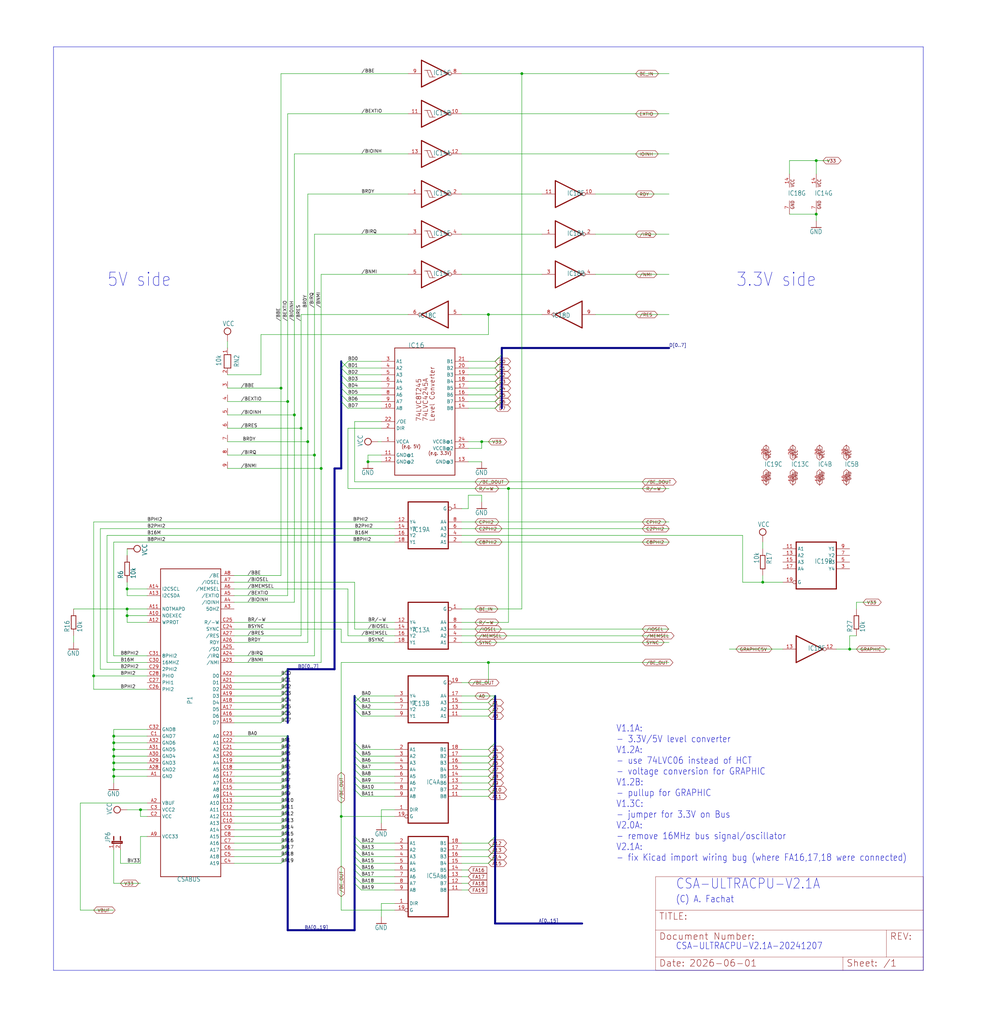
<source format=kicad_sch>
(kicad_sch (version 20231120) (generator "eeschema") (generator_version "8.0")
  (paper "User" 375.463 388.772)
  (junction (at 111.76 157.48))
  (junction (at 119.38 172.72))
  (junction (at 309.88 81.28))
  (junction (at 193.04 185.42))
  (junction (at 43.18 292.1))
  (junction (at 185.42 119.38))
  (junction (at 106.68 147.32))
  (junction (at 114.3 162.56))
  (junction (at 35.56 256.54))
  (junction (at 43.18 279.4))
  (junction (at 43.18 287.02))
  (junction (at 309.88 60.96))
  (junction (at 182.88 167.64))
  (junction (at 43.18 294.64))
  (junction (at 129.54 309.88))
  (junction (at 322.58 246.38))
  (junction (at 185.42 251.46))
  (junction (at 289.56 220.98))
  (junction (at 43.18 281.94))
  (junction (at 48.26 223.52))
  (junction (at 198.12 27.94))
  (junction (at 116.84 167.64))
  (junction (at 109.22 152.4))
  (junction (at 43.18 284.48))
  (junction (at 139.7 175.26))
  (junction (at 53.34 307.34))
  (junction (at 48.26 231.14))
  (junction (at 43.18 289.56))
  (junction (at 121.92 177.8))
  (junction (at 48.26 233.68))
  (bus_entry (at 132.08 137.16) (size -2.54 2.54))
  (bus_entry (at 185.42 294.64) (size 2.54 -2.54))
  (bus_entry (at 137.16 327.66) (size -2.54 -2.54))
  (bus_entry (at 137.16 264.16) (size -2.54 2.54))
  (bus_entry (at 106.68 325.12) (size 2.54 -2.54))
  (bus_entry (at 185.42 287.02) (size 2.54 -2.54))
  (bus_entry (at 106.68 266.7) (size 2.54 -2.54))
  (bus_entry (at 106.68 304.8) (size 2.54 -2.54))
  (bus_entry (at 132.08 139.7) (size -2.54 -2.54))
  (bus_entry (at 106.68 284.48) (size 2.54 -2.54))
  (bus_entry (at 185.42 292.1) (size 2.54 -2.54))
  (bus_entry (at 132.08 142.24) (size -2.54 -2.54))
  (bus_entry (at 132.08 147.32) (size -2.54 -2.54))
  (bus_entry (at 187.96 137.16) (size 2.54 -2.54))
  (bus_entry (at 187.96 152.4) (size 2.54 -2.54))
  (bus_entry (at 137.16 330.2) (size -2.54 -2.54))
  (bus_entry (at 132.08 152.4) (size -2.54 -2.54))
  (bus_entry (at 185.42 302.26) (size 2.54 -2.54))
  (bus_entry (at 185.42 297.18) (size 2.54 -2.54))
  (bus_entry (at 106.68 314.96) (size 2.54 -2.54))
  (bus_entry (at 137.16 287.02) (size -2.54 -2.54))
  (bus_entry (at 106.68 271.78) (size 2.54 -2.54))
  (bus_entry (at 137.16 299.72) (size -2.54 -2.54))
  (bus_entry (at 137.16 294.64) (size -2.54 -2.54))
  (bus_entry (at 106.68 302.26) (size 2.54 -2.54))
  (bus_entry (at 187.96 147.32) (size 2.54 -2.54))
  (bus_entry (at 185.42 325.12) (size 2.54 -2.54))
  (bus_entry (at 187.96 149.86) (size 2.54 -2.54))
  (bus_entry (at 185.42 320.04) (size 2.54 -2.54))
  (bus_entry (at 137.16 297.18) (size -2.54 -2.54))
  (bus_entry (at 137.16 289.56) (size -2.54 -2.54))
  (bus_entry (at 137.16 335.28) (size -2.54 -2.54))
  (bus_entry (at 106.68 299.72) (size 2.54 -2.54))
  (bus_entry (at 106.68 317.5) (size 2.54 -2.54))
  (bus_entry (at 137.16 269.24) (size -2.54 -2.54))
  (bus_entry (at 137.16 266.7) (size -2.54 -2.54))
  (bus_entry (at 106.68 307.34) (size 2.54 -2.54))
  (bus_entry (at 106.68 297.18) (size 2.54 -2.54))
  (bus_entry (at 106.68 269.24) (size 2.54 -2.54))
  (bus_entry (at 106.68 261.62) (size 2.54 -2.54))
  (bus_entry (at 106.68 256.54) (size 2.54 -2.54))
  (bus_entry (at 106.68 264.16) (size 2.54 -2.54))
  (bus_entry (at 106.68 312.42) (size 2.54 -2.54))
  (bus_entry (at 137.16 302.26) (size -2.54 -2.54))
  (bus_entry (at 132.08 144.78) (size -2.54 -2.54))
  (bus_entry (at 137.16 337.82) (size -2.54 -2.54))
  (bus_entry (at 137.16 271.78) (size -2.54 -2.54))
  (bus_entry (at 106.68 281.94) (size 2.54 -2.54))
  (bus_entry (at 137.16 325.12) (size -2.54 -2.54))
  (bus_entry (at 187.96 139.7) (size 2.54 -2.54))
  (bus_entry (at 185.42 271.78) (size 2.54 -2.54))
  (bus_entry (at 137.16 322.58) (size -2.54 -2.54))
  (bus_entry (at 132.08 149.86) (size -2.54 -2.54))
  (bus_entry (at 137.16 284.48) (size -2.54 -2.54))
  (bus_entry (at 137.16 332.74) (size -2.54 -2.54))
  (bus_entry (at 106.68 274.32) (size 2.54 -2.54))
  (bus_entry (at 187.96 154.94) (size 2.54 -2.54))
  (bus_entry (at 106.68 294.64) (size 2.54 -2.54))
  (bus_entry (at 185.42 289.56) (size 2.54 -2.54))
  (bus_entry (at 137.16 292.1) (size -2.54 -2.54))
  (bus_entry (at 106.68 327.66) (size 2.54 -2.54))
  (bus_entry (at 187.96 142.24) (size 2.54 -2.54))
  (bus_entry (at 106.68 259.08) (size 2.54 -2.54))
  (bus_entry (at 185.42 327.66) (size 2.54 -2.54))
  (bus_entry (at 132.08 154.94) (size -2.54 -2.54))
  (bus_entry (at 106.68 287.02) (size 2.54 -2.54))
  (bus_entry (at 185.42 269.24) (size 2.54 -2.54))
  (bus_entry (at 106.68 289.56) (size 2.54 -2.54))
  (bus_entry (at 187.96 144.78) (size 2.54 -2.54))
  (bus_entry (at 106.68 309.88) (size 2.54 -2.54))
  (bus_entry (at 185.42 322.58) (size 2.54 -2.54))
  (bus_entry (at 185.42 266.7) (size 2.54 -2.54))
  (bus_entry (at 106.68 320.04) (size 2.54 -2.54))
  (bus_entry (at 106.68 292.1) (size 2.54 -2.54))
  (bus_entry (at 137.16 320.04) (size -2.54 -2.54))
  (bus_entry (at 185.42 284.48) (size 2.54 -2.54))
  (bus_entry (at 106.68 322.58) (size 2.54 -2.54))
  (bus_entry (at 185.42 299.72) (size 2.54 -2.54))
  (wire (pts (xy 309.88 60.96) (xy 299.72 60.96)) (stroke (width 0.1524)))
  (wire (pts (xy 175.26 294.64) (xy 185.42 294.64)) (stroke (width 0.1524)))
  (wire (pts (xy 53.34 317.5) (xy 55.88 317.5)) (stroke (width 0.1524)))
  (wire (pts (xy 144.78 307.34) (xy 144.78 312.42)) (stroke (width 0.1524)))
  (wire (pts (xy 149.86 266.7) (xy 137.16 266.7)) (stroke (width 0.1524)))
  (wire (pts (xy 177.8 139.7) (xy 187.96 139.7)) (stroke (width 0.1524)))
  (wire (pts (xy 175.26 302.26) (xy 185.42 302.26)) (stroke (width 0.1524)))
  (wire (pts (xy 149.86 327.66) (xy 137.16 327.66)) (stroke (width 0.1524)))
  (wire (pts (xy 99.06 142.24) (xy 99.06 127)) (stroke (width 0.1524)))
  (wire (pts (xy 175.26 259.08) (xy 185.42 259.08)) (stroke (width 0.1524)))
  (bus (pts (xy 109.22 287.02) (xy 109.22 289.56)) (stroke (width 0.762)))
  (wire (pts (xy 175.26 193.04) (xy 177.8 193.04)) (stroke (width 0.1524)))
  (wire (pts (xy 88.9 322.58) (xy 106.68 322.58)) (stroke (width 0.1524)))
  (wire (pts (xy 149.86 322.58) (xy 137.16 322.58)) (stroke (width 0.1524)))
  (wire (pts (xy 45.72 327.66) (xy 53.34 327.66)) (stroke (width 0.1524)))
  (wire (pts (xy 134.62 220.98) (xy 134.62 238.76)) (stroke (width 0.1524)))
  (wire (pts (xy 88.9 327.66) (xy 106.68 327.66)) (stroke (width 0.1524)))
  (bus (pts (xy 109.22 307.34) (xy 109.22 309.88)) (stroke (width 0.762)))
  (wire (pts (xy 144.78 152.4) (xy 132.08 152.4)) (stroke (width 0.1524)))
  (bus (pts (xy 187.96 350.52) (xy 220.98 350.52)) (stroke (width 0.762)))
  (wire (pts (xy 175.26 104.14) (xy 205.74 104.14)) (stroke (width 0.1524)))
  (wire (pts (xy 40.64 251.46) (xy 40.64 203.2)) (stroke (width 0.1524)))
  (wire (pts (xy 175.26 325.12) (xy 185.42 325.12)) (stroke (width 0.1524)))
  (wire (pts (xy 86.36 132.08) (xy 86.36 129.54)) (stroke (width 0.1524)))
  (wire (pts (xy 88.9 256.54) (xy 106.68 256.54)) (stroke (width 0.1524)))
  (wire (pts (xy 48.26 226.06) (xy 48.26 223.52)) (stroke (width 0.1524)))
  (bus (pts (xy 134.62 284.48) (xy 134.62 281.94)) (stroke (width 0.762)))
  (wire (pts (xy 109.22 152.4) (xy 109.22 43.18)) (stroke (width 0.1524)))
  (wire (pts (xy 149.86 302.26) (xy 137.16 302.26)) (stroke (width 0.1524)))
  (wire (pts (xy 88.9 236.22) (xy 149.86 236.22)) (stroke (width 0.1524)))
  (bus (pts (xy 109.22 256.54) (xy 109.22 254)) (stroke (width 0.762)))
  (wire (pts (xy 144.78 142.24) (xy 132.08 142.24)) (stroke (width 0.1524)))
  (bus (pts (xy 187.96 299.72) (xy 187.96 317.5)) (stroke (width 0.762)))
  (wire (pts (xy 88.9 269.24) (xy 106.68 269.24)) (stroke (width 0.1524)))
  (wire (pts (xy 55.88 251.46) (xy 40.64 251.46)) (stroke (width 0.1524)))
  (bus (pts (xy 187.96 284.48) (xy 187.96 287.02)) (stroke (width 0.762)))
  (wire (pts (xy 198.12 27.94) (xy 198.12 231.14)) (stroke (width 0.1524)))
  (wire (pts (xy 175.26 243.84) (xy 254 243.84)) (stroke (width 0.1524)))
  (wire (pts (xy 132.08 241.3) (xy 149.86 241.3)) (stroke (width 0.1524)))
  (wire (pts (xy 53.34 309.88) (xy 53.34 307.34)) (stroke (width 0.1524)))
  (bus (pts (xy 109.22 297.18) (xy 109.22 299.72)) (stroke (width 0.762)))
  (bus (pts (xy 134.62 289.56) (xy 134.62 287.02)) (stroke (width 0.762)))
  (wire (pts (xy 35.56 261.62) (xy 35.56 256.54)) (stroke (width 0.1524)))
  (wire (pts (xy 129.54 251.46) (xy 129.54 309.88)) (stroke (width 0.1524)))
  (wire (pts (xy 143.51 167.64) (xy 144.78 167.64)) (stroke (width 0.1524)))
  (bus (pts (xy 109.22 271.78) (xy 109.22 269.24)) (stroke (width 0.762)))
  (wire (pts (xy 226.06 73.66) (xy 254 73.66)) (stroke (width 0.1524)))
  (bus (pts (xy 134.62 299.72) (xy 134.62 297.18)) (stroke (width 0.762)))
  (wire (pts (xy 55.88 281.94) (xy 43.18 281.94)) (stroke (width 0.1524)))
  (wire (pts (xy 88.9 274.32) (xy 106.68 274.32)) (stroke (width 0.1524)))
  (wire (pts (xy 289.56 208.28) (xy 289.56 205.74)) (stroke (width 0.1524)))
  (wire (pts (xy 48.26 223.52) (xy 48.26 220.98)) (stroke (width 0.1524)))
  (wire (pts (xy 144.78 137.16) (xy 132.08 137.16)) (stroke (width 0.1524)))
  (bus (pts (xy 109.22 269.24) (xy 109.22 266.7)) (stroke (width 0.762)))
  (wire (pts (xy 185.42 251.46) (xy 254 251.46)) (stroke (width 0.1524)))
  (wire (pts (xy 175.26 322.58) (xy 185.42 322.58)) (stroke (width 0.1524)))
  (wire (pts (xy 149.86 330.2) (xy 137.16 330.2)) (stroke (width 0.1524)))
  (bus (pts (xy 190.5 154.94) (xy 190.5 152.4)) (stroke (width 0.762)))
  (wire (pts (xy 88.9 317.5) (xy 106.68 317.5)) (stroke (width 0.1524)))
  (polyline (pts (xy 20.32 17.78) (xy 350.52 17.78)) (stroke (width 0.1524) (type solid)))
  (wire (pts (xy 177.8 187.96) (xy 182.88 187.96)) (stroke (width 0.1524)))
  (wire (pts (xy 88.9 297.18) (xy 106.68 297.18)) (stroke (width 0.1524)))
  (wire (pts (xy 149.86 332.74) (xy 137.16 332.74)) (stroke (width 0.1524)))
  (wire (pts (xy 48.26 231.14) (xy 27.94 231.14)) (stroke (width 0.1524)))
  (wire (pts (xy 121.92 177.8) (xy 121.92 104.14)) (stroke (width 0.1524)))
  (wire (pts (xy 226.06 119.38) (xy 254 119.38)) (stroke (width 0.1524)))
  (wire (pts (xy 121.92 177.8) (xy 86.36 177.8)) (stroke (width 0.1524)))
  (wire (pts (xy 185.42 127) (xy 185.42 119.38)) (stroke (width 0.1524)))
  (bus (pts (xy 109.22 312.42) (xy 109.22 314.96)) (stroke (width 0.762)))
  (bus (pts (xy 109.22 320.04) (xy 109.22 322.58)) (stroke (width 0.762)))
  (wire (pts (xy 175.26 335.28) (xy 177.8 335.28)))
  (wire (pts (xy 149.86 203.2) (xy 40.64 203.2)) (stroke (width 0.1524)))
  (wire (pts (xy 43.18 281.94) (xy 43.18 284.48)) (stroke (width 0.1524)))
  (wire (pts (xy 30.48 345.44) (xy 43.18 345.44)) (stroke (width 0.1524)))
  (wire (pts (xy 55.88 292.1) (xy 43.18 292.1)) (stroke (width 0.1524)))
  (wire (pts (xy 88.9 279.4) (xy 109.22 279.4)) (stroke (width 0.1524)))
  (bus (pts (xy 109.22 317.5) (xy 109.22 320.04)) (stroke (width 0.762)))
  (bus (pts (xy 134.62 332.74) (xy 134.62 330.2)) (stroke (width 0.762)))
  (wire (pts (xy 193.04 185.42) (xy 193.04 236.22)) (stroke (width 0.1524)))
  (wire (pts (xy 149.86 325.12) (xy 137.16 325.12)) (stroke (width 0.1524)))
  (bus (pts (xy 134.62 281.94) (xy 134.62 269.24)) (stroke (width 0.762)))
  (wire (pts (xy 88.9 259.08) (xy 106.68 259.08)) (stroke (width 0.1524)))
  (bus (pts (xy 109.22 261.62) (xy 109.22 259.08)) (stroke (width 0.762)))
  (bus (pts (xy 187.96 264.16) (xy 187.96 266.7)) (stroke (width 0.762)))
  (wire (pts (xy 53.34 327.66) (xy 53.34 317.5)) (stroke (width 0.1524)))
  (bus (pts (xy 109.22 325.12) (xy 109.22 353.06)) (stroke (width 0.762)))
  (wire (pts (xy 149.86 292.1) (xy 137.16 292.1)) (stroke (width 0.1524)))
  (wire (pts (xy 111.76 58.42) (xy 154.94 58.42)) (stroke (width 0.1524)))
  (bus (pts (xy 187.96 320.04) (xy 187.96 322.58)) (stroke (width 0.762)))
  (wire (pts (xy 134.62 160.02) (xy 134.62 182.88)) (stroke (width 0.1524)))
  (wire (pts (xy 129.54 238.76) (xy 129.54 243.84)) (stroke (width 0.1524)))
  (wire (pts (xy 154.94 73.66) (xy 116.84 73.66)) (stroke (width 0.1524)))
  (wire (pts (xy 175.26 330.2) (xy 177.8 330.2)))
  (wire (pts (xy 139.7 175.26) (xy 144.78 175.26)) (stroke (width 0.1524)))
  (wire (pts (xy 35.56 256.54) (xy 35.56 198.12)) (stroke (width 0.1524)))
  (bus (pts (xy 187.96 317.5) (xy 187.96 320.04)) (stroke (width 0.762)))
  (wire (pts (xy 55.88 309.88) (xy 53.34 309.88)) (stroke (width 0.1524)))
  (wire (pts (xy 55.88 276.86) (xy 43.18 276.86)) (stroke (width 0.1524)))
  (bus (pts (xy 109.22 281.94) (xy 109.22 284.48)) (stroke (width 0.762)))
  (wire (pts (xy 299.72 60.96) (xy 299.72 66.04)) (stroke (width 0.1524)))
  (bus (pts (xy 187.96 294.64) (xy 187.96 297.18)) (stroke (width 0.762)))
  (bus (pts (xy 109.22 302.26) (xy 109.22 304.8)) (stroke (width 0.762)))
  (wire (pts (xy 144.78 139.7) (xy 132.08 139.7)) (stroke (width 0.1524)))
  (wire (pts (xy 43.18 292.1) (xy 43.18 294.64)) (stroke (width 0.1524)))
  (bus (pts (xy 109.22 353.06) (xy 134.62 353.06)) (stroke (width 0.762)))
  (wire (pts (xy 175.26 287.02) (xy 185.42 287.02)) (stroke (width 0.1524)))
  (wire (pts (xy 299.72 81.28) (xy 309.88 81.28)) (stroke (width 0.1524)))
  (wire (pts (xy 114.3 162.56) (xy 114.3 119.38)) (stroke (width 0.1524)))
  (bus (pts (xy 190.5 132.08) (xy 254 132.08)) (stroke (width 0.762)))
  (wire (pts (xy 175.26 198.12) (xy 254 198.12)) (stroke (width 0.1524)))
  (bus (pts (xy 109.22 254) (xy 127 254)) (stroke (width 0.762)))
  (wire (pts (xy 175.26 200.66) (xy 254 200.66)) (stroke (width 0.1524)))
  (wire (pts (xy 88.9 312.42) (xy 106.68 312.42)) (stroke (width 0.1524)))
  (wire (pts (xy 121.92 104.14) (xy 154.94 104.14)) (stroke (width 0.1524)))
  (wire (pts (xy 177.8 154.94) (xy 187.96 154.94)) (stroke (width 0.1524)))
  (wire (pts (xy 55.88 223.52) (xy 48.26 223.52)) (stroke (width 0.1524)))
  (wire (pts (xy 144.78 144.78) (xy 132.08 144.78)) (stroke (width 0.1524)))
  (wire (pts (xy 144.78 154.94) (xy 132.08 154.94)) (stroke (width 0.1524)))
  (wire (pts (xy 114.3 241.3) (xy 114.3 162.56)) (stroke (width 0.1524)))
  (bus (pts (xy 190.5 137.16) (xy 190.5 134.62)) (stroke (width 0.762)))
  (wire (pts (xy 177.8 137.16) (xy 187.96 137.16)) (stroke (width 0.1524)))
  (wire (pts (xy 55.88 287.02) (xy 43.18 287.02)) (stroke (width 0.1524)))
  (bus (pts (xy 134.62 297.18) (xy 134.62 294.64)) (stroke (width 0.762)))
  (wire (pts (xy 175.26 337.82) (xy 177.8 337.82)))
  (wire (pts (xy 88.9 266.7) (xy 106.68 266.7)) (stroke (width 0.1524)))
  (bus (pts (xy 109.22 284.48) (xy 109.22 287.02)) (stroke (width 0.762)))
  (wire (pts (xy 175.26 88.9) (xy 205.74 88.9)) (stroke (width 0.1524)))
  (wire (pts (xy 175.26 27.94) (xy 198.12 27.94)) (stroke (width 0.1524)))
  (bus (pts (xy 190.5 142.24) (xy 190.5 139.7)) (stroke (width 0.762)))
  (wire (pts (xy 149.86 289.56) (xy 137.16 289.56)) (stroke (width 0.1524)))
  (bus (pts (xy 187.96 269.24) (xy 187.96 281.94)) (stroke (width 0.762)))
  (bus (pts (xy 190.5 152.4) (xy 190.5 149.86)) (stroke (width 0.762)))
  (wire (pts (xy 182.88 170.18) (xy 182.88 167.64)) (stroke (width 0.1524)))
  (wire (pts (xy 149.86 297.18) (xy 137.16 297.18)) (stroke (width 0.1524)))
  (bus (pts (xy 109.22 264.16) (xy 109.22 261.62)) (stroke (width 0.762)))
  (bus (pts (xy 190.5 144.78) (xy 190.5 142.24)) (stroke (width 0.762)))
  (wire (pts (xy 134.62 160.02) (xy 144.78 160.02)) (stroke (width 0.1524)))
  (wire (pts (xy 322.58 246.38) (xy 337.82 246.38)) (stroke (width 0.1524)))
  (wire (pts (xy 175.26 297.18) (xy 185.42 297.18)) (stroke (width 0.1524)))
  (wire (pts (xy 86.36 142.24) (xy 99.06 142.24)) (stroke (width 0.1524)))
  (wire (pts (xy 116.84 167.64) (xy 116.84 73.66)) (stroke (width 0.1524)))
  (bus (pts (xy 187.96 281.94) (xy 187.96 284.48)) (stroke (width 0.762)))
  (bus (pts (xy 187.96 297.18) (xy 187.96 299.72)) (stroke (width 0.762)))
  (wire (pts (xy 149.86 294.64) (xy 137.16 294.64)) (stroke (width 0.1524)))
  (wire (pts (xy 88.9 287.02) (xy 106.68 287.02)) (stroke (width 0.1524)))
  (wire (pts (xy 139.7 172.72) (xy 139.7 175.26)) (stroke (width 0.1524)))
  (wire (pts (xy 149.86 271.78) (xy 137.16 271.78)) (stroke (width 0.1524)))
  (wire (pts (xy 88.9 299.72) (xy 106.68 299.72)) (stroke (width 0.1524)))
  (bus (pts (xy 129.54 177.8) (xy 129.54 152.4)) (stroke (width 0.762)))
  (bus (pts (xy 134.62 287.02) (xy 134.62 284.48)) (stroke (width 0.762)))
  (bus (pts (xy 134.62 353.06) (xy 134.62 335.28)) (stroke (width 0.762)))
  (wire (pts (xy 48.26 236.22) (xy 48.26 233.68)) (stroke (width 0.1524)))
  (wire (pts (xy 175.26 238.76) (xy 254 238.76)) (stroke (width 0.1524)))
  (wire (pts (xy 43.18 276.86) (xy 43.18 279.4)) (stroke (width 0.1524)))
  (bus (pts (xy 187.96 289.56) (xy 187.96 292.1)) (stroke (width 0.762)))
  (wire (pts (xy 88.9 243.84) (xy 116.84 243.84)) (stroke (width 0.1524)))
  (wire (pts (xy 43.18 248.92) (xy 43.18 205.74)) (stroke (width 0.1524)))
  (wire (pts (xy 43.18 322.58) (xy 43.18 335.28)) (stroke (width 0.1524)))
  (wire (pts (xy 132.08 162.56) (xy 132.08 185.42)) (stroke (width 0.1524)))
  (wire (pts (xy 149.86 284.48) (xy 137.16 284.48)) (stroke (width 0.1524)))
  (wire (pts (xy 149.86 320.04) (xy 137.16 320.04)) (stroke (width 0.1524)))
  (wire (pts (xy 106.68 27.94) (xy 154.94 27.94)) (stroke (width 0.1524)))
  (bus (pts (xy 129.54 139.7) (xy 129.54 137.16)) (stroke (width 0.762)))
  (wire (pts (xy 48.26 233.68) (xy 48.26 231.14)) (stroke (width 0.1524)))
  (wire (pts (xy 175.26 266.7) (xy 185.42 266.7)) (stroke (width 0.1524)))
  (bus (pts (xy 187.96 266.7) (xy 187.96 269.24)) (stroke (width 0.762)))
  (wire (pts (xy 175.26 332.74) (xy 177.8 332.74)))
  (wire (pts (xy 177.8 144.78) (xy 187.96 144.78)) (stroke (width 0.1524)))
  (wire (pts (xy 154.94 88.9) (xy 119.38 88.9)) (stroke (width 0.1524)))
  (wire (pts (xy 88.9 264.16) (xy 106.68 264.16)) (stroke (width 0.1524)))
  (wire (pts (xy 88.9 294.64) (xy 106.68 294.64)) (stroke (width 0.1524)))
  (wire (pts (xy 175.26 43.18) (xy 254 43.18)) (stroke (width 0.1524)))
  (wire (pts (xy 88.9 220.98) (xy 134.62 220.98)) (stroke (width 0.1524)))
  (wire (pts (xy 325.12 241.3) (xy 322.58 241.3)) (stroke (width 0.1524)))
  (wire (pts (xy 175.26 320.04) (xy 185.42 320.04)) (stroke (width 0.1524)))
  (wire (pts (xy 177.8 147.32) (xy 187.96 147.32)) (stroke (width 0.1524)))
  (wire (pts (xy 30.48 304.8) (xy 30.48 345.44)) (stroke (width 0.1524)))
  (wire (pts (xy 182.88 187.96) (xy 182.88 190.5)) (stroke (width 0.1524)))
  (wire (pts (xy 149.86 309.88) (xy 129.54 309.88)) (stroke (width 0.1524)))
  (wire (pts (xy 193.04 236.22) (xy 175.26 236.22)) (stroke (width 0.1524)))
  (polyline (pts (xy 350.52 368.3) (xy 20.32 368.3)) (stroke (width 0.1524) (type solid)))
  (wire (pts (xy 88.9 314.96) (xy 106.68 314.96)) (stroke (width 0.1524)))
  (wire (pts (xy 55.88 294.64) (xy 43.18 294.64)) (stroke (width 0.1524)))
  (wire (pts (xy 88.9 218.44) (xy 106.68 218.44)) (stroke (width 0.1524)))
  (wire (pts (xy 177.8 152.4) (xy 187.96 152.4)) (stroke (width 0.1524)))
  (wire (pts (xy 106.68 147.32) (xy 106.68 27.94)) (stroke (width 0.1524)))
  (wire (pts (xy 193.04 185.42) (xy 254 185.42)) (stroke (width 0.1524)))
  (bus (pts (xy 134.62 266.7) (xy 134.62 264.16)) (stroke (width 0.762)))
  (wire (pts (xy 149.86 269.24) (xy 137.16 269.24)) (stroke (width 0.1524)))
  (bus (pts (xy 187.96 322.58) (xy 187.96 325.12)) (stroke (width 0.762)))
  (wire (pts (xy 55.88 304.8) (xy 30.48 304.8)) (stroke (width 0.1524)))
  (wire (pts (xy 119.38 248.92) (xy 88.9 248.92)) (stroke (width 0.1524)))
  (wire (pts (xy 175.26 289.56) (xy 185.42 289.56)) (stroke (width 0.1524)))
  (wire (pts (xy 111.76 228.6) (xy 111.76 157.48)) (stroke (width 0.1524)))
  (bus (pts (xy 190.5 139.7) (xy 190.5 137.16)) (stroke (width 0.762)))
  (wire (pts (xy 48.26 210.82) (xy 48.26 208.28)) (stroke (width 0.1524)))
  (bus (pts (xy 129.54 147.32) (xy 129.54 144.78)) (stroke (width 0.762)))
  (wire (pts (xy 55.88 231.14) (xy 48.26 231.14)) (stroke (width 0.1524)))
  (bus (pts (xy 134.62 292.1) (xy 134.62 289.56)) (stroke (width 0.762)))
  (wire (pts (xy 177.8 170.18) (xy 182.88 170.18)) (stroke (width 0.1524)))
  (wire (pts (xy 149.86 307.34) (xy 144.78 307.34)) (stroke (width 0.1524)))
  (wire (pts (xy 297.18 246.38) (xy 276.86 246.38)) (stroke (width 0.1524)))
  (wire (pts (xy 88.9 284.48) (xy 106.68 284.48)) (stroke (width 0.1524)))
  (wire (pts (xy 149.86 264.16) (xy 137.16 264.16)) (stroke (width 0.1524)))
  (wire (pts (xy 55.88 284.48) (xy 43.18 284.48)) (stroke (width 0.1524)))
  (wire (pts (xy 88.9 289.56) (xy 106.68 289.56)) (stroke (width 0.1524)))
  (wire (pts (xy 134.62 182.88) (xy 254 182.88)) (stroke (width 0.1524)))
  (wire (pts (xy 43.18 287.02) (xy 43.18 289.56)) (stroke (width 0.1524)))
  (bus (pts (xy 109.22 299.72) (xy 109.22 302.26)) (stroke (width 0.762)))
  (wire (pts (xy 177.8 167.64) (xy 182.88 167.64)) (stroke (width 0.1524)))
  (wire (pts (xy 198.12 27.94) (xy 254 27.94)) (stroke (width 0.1524)))
  (wire (pts (xy 88.9 304.8) (xy 106.68 304.8)) (stroke (width 0.1524)))
  (bus (pts (xy 109.22 322.58) (xy 109.22 325.12)) (stroke (width 0.762)))
  (wire (pts (xy 198.12 231.14) (xy 175.26 231.14)) (stroke (width 0.1524)))
  (bus (pts (xy 190.5 147.32) (xy 190.5 144.78)) (stroke (width 0.762)))
  (wire (pts (xy 55.88 248.92) (xy 43.18 248.92)) (stroke (width 0.1524)))
  (bus (pts (xy 129.54 144.78) (xy 129.54 142.24)) (stroke (width 0.762)))
  (wire (pts (xy 185.42 259.08) (xy 185.42 251.46)) (stroke (width 0.1524)))
  (wire (pts (xy 129.54 309.88) (xy 129.54 345.44)) (stroke (width 0.1524)))
  (bus (pts (xy 134.62 322.58) (xy 134.62 320.04)) (stroke (width 0.762)))
  (wire (pts (xy 88.9 302.26) (xy 106.68 302.26)) (stroke (width 0.1524)))
  (wire (pts (xy 144.78 342.9) (xy 144.78 347.98)) (stroke (width 0.1524)))
  (wire (pts (xy 88.9 320.04) (xy 106.68 320.04)) (stroke (width 0.1524)))
  (wire (pts (xy 129.54 251.46) (xy 185.42 251.46)) (stroke (width 0.1524)))
  (bus (pts (xy 109.22 274.32) (xy 109.22 271.78)) (stroke (width 0.762)))
  (bus (pts (xy 109.22 304.8) (xy 109.22 307.34)) (stroke (width 0.762)))
  (wire (pts (xy 88.9 228.6) (xy 111.76 228.6)) (stroke (width 0.1524)))
  (wire (pts (xy 55.88 226.06) (xy 48.26 226.06)) (stroke (width 0.1524)))
  (wire (pts (xy 27.94 241.3) (xy 27.94 243.84)) (stroke (width 0.1524)))
  (wire (pts (xy 175.26 241.3) (xy 254 241.3)) (stroke (width 0.1524)))
  (wire (pts (xy 86.36 157.48) (xy 111.76 157.48)) (stroke (width 0.1524)))
  (wire (pts (xy 86.36 172.72) (xy 119.38 172.72)) (stroke (width 0.1524)))
  (wire (pts (xy 88.9 238.76) (xy 129.54 238.76)) (stroke (width 0.1524)))
  (wire (pts (xy 149.86 342.9) (xy 144.78 342.9)) (stroke (width 0.1524)))
  (bus (pts (xy 129.54 152.4) (xy 129.54 149.86)) (stroke (width 0.762)))
  (wire (pts (xy 86.36 167.64) (xy 116.84 167.64)) (stroke (width 0.1524)))
  (wire (pts (xy 116.84 243.84) (xy 116.84 167.64)) (stroke (width 0.1524)))
  (wire (pts (xy 281.94 220.98) (xy 289.56 220.98)) (stroke (width 0.1524)))
  (wire (pts (xy 175.26 264.16) (xy 187.96 264.16)) (stroke (width 0.1524)))
  (wire (pts (xy 134.62 238.76) (xy 149.86 238.76)) (stroke (width 0.1524)))
  (bus (pts (xy 134.62 325.12) (xy 134.62 322.58)) (stroke (width 0.762)))
  (bus (pts (xy 134.62 269.24) (xy 134.62 266.7)) (stroke (width 0.762)))
  (wire (pts (xy 109.22 226.06) (xy 109.22 152.4)) (stroke (width 0.1524)))
  (wire (pts (xy 289.56 220.98) (xy 289.56 218.44)) (stroke (width 0.1524)))
  (wire (pts (xy 43.18 289.56) (xy 43.18 292.1)) (stroke (width 0.1524)))
  (bus (pts (xy 134.62 294.64) (xy 134.62 292.1)) (stroke (width 0.762)))
  (wire (pts (xy 226.06 104.14) (xy 254 104.14)) (stroke (width 0.1524)))
  (wire (pts (xy 121.92 251.46) (xy 121.92 177.8)) (stroke (width 0.1524)))
  (wire (pts (xy 88.9 271.78) (xy 106.68 271.78)) (stroke (width 0.1524)))
  (wire (pts (xy 53.34 307.34) (xy 48.26 307.34)) (stroke (width 0.1524)))
  (wire (pts (xy 43.18 279.4) (xy 43.18 281.94)) (stroke (width 0.1524)))
  (wire (pts (xy 175.26 292.1) (xy 185.42 292.1)) (stroke (width 0.1524)))
  (bus (pts (xy 187.96 287.02) (xy 187.96 289.56)) (stroke (width 0.762)))
  (wire (pts (xy 297.18 220.98) (xy 289.56 220.98)) (stroke (width 0.1524)))
  (wire (pts (xy 88.9 261.62) (xy 106.68 261.62)) (stroke (width 0.1524)))
  (wire (pts (xy 88.9 226.06) (xy 109.22 226.06)) (stroke (width 0.1524)))
  (bus (pts (xy 187.96 292.1) (xy 187.96 294.64)) (stroke (width 0.762)))
  (wire (pts (xy 106.68 218.44) (xy 106.68 147.32)) (stroke (width 0.1524)))
  (wire (pts (xy 175.26 269.24) (xy 185.42 269.24)) (stroke (width 0.1524)))
  (wire (pts (xy 177.8 175.26) (xy 182.88 175.26)) (stroke (width 0.1524)))
  (bus (pts (xy 109.22 292.1) (xy 109.22 294.64)) (stroke (width 0.762)))
  (bus (pts (xy 134.62 330.2) (xy 134.62 327.66)) (stroke (width 0.762)))
  (wire (pts (xy 144.78 149.86) (xy 132.08 149.86)) (stroke (width 0.1524)))
  (bus (pts (xy 134.62 327.66) (xy 134.62 325.12)) (stroke (width 0.762)))
  (wire (pts (xy 175.26 284.48) (xy 185.42 284.48)) (stroke (width 0.1524)))
  (wire (pts (xy 88.9 309.88) (xy 106.68 309.88)) (stroke (width 0.1524)))
  (wire (pts (xy 86.36 147.32) (xy 106.68 147.32)) (stroke (width 0.1524)))
  (wire (pts (xy 182.88 167.64) (xy 190.5 167.64)) (stroke (width 0.1524)))
  (wire (pts (xy 226.06 88.9) (xy 254 88.9)) (stroke (width 0.1524)))
  (wire (pts (xy 325.12 228.6) (xy 332.74 228.6)) (stroke (width 0.1524)))
  (wire (pts (xy 109.22 43.18) (xy 154.94 43.18)) (stroke (width 0.1524)))
  (wire (pts (xy 177.8 149.86) (xy 187.96 149.86)) (stroke (width 0.1524)))
  (wire (pts (xy 45.72 322.58) (xy 45.72 327.66)) (stroke (width 0.1524)))
  (bus (pts (xy 109.22 266.7) (xy 109.22 264.16)) (stroke (width 0.762)))
  (wire (pts (xy 309.88 66.04) (xy 309.88 60.96)) (stroke (width 0.1524)))
  (bus (pts (xy 134.62 317.5) (xy 134.62 299.72)) (stroke (width 0.762)))
  (wire (pts (xy 175.26 73.66) (xy 205.74 73.66)) (stroke (width 0.1524)))
  (bus (pts (xy 109.22 309.88) (xy 109.22 312.42)) (stroke (width 0.762)))
  (wire (pts (xy 175.26 299.72) (xy 185.42 299.72)) (stroke (width 0.1524)))
  (bus (pts (xy 109.22 289.56) (xy 109.22 292.1)) (stroke (width 0.762)))
  (wire (pts (xy 317.5 246.38) (xy 322.58 246.38)) (stroke (width 0.1524)))
  (wire (pts (xy 55.88 233.68) (xy 48.26 233.68)) (stroke (width 0.1524)))
  (wire (pts (xy 38.1 254) (xy 38.1 200.66)) (stroke (width 0.1524)))
  (wire (pts (xy 149.86 337.82) (xy 137.16 337.82)) (stroke (width 0.1524)))
  (wire (pts (xy 175.26 327.66) (xy 185.42 327.66)) (stroke (width 0.1524)))
  (wire (pts (xy 43.18 335.28) (xy 53.34 335.28)) (stroke (width 0.1524)))
  (wire (pts (xy 309.88 83.82) (xy 309.88 81.28)) (stroke (width 0.1524)))
  (wire (pts (xy 88.9 241.3) (xy 114.3 241.3)) (stroke (width 0.1524)))
  (bus (pts (xy 190.5 134.62) (xy 190.5 132.08)) (stroke (width 0.762)))
  (wire (pts (xy 55.88 289.56) (xy 43.18 289.56)) (stroke (width 0.1524)))
  (wire (pts (xy 88.9 281.94) (xy 106.68 281.94)) (stroke (width 0.1524)))
  (wire (pts (xy 149.86 198.12) (xy 35.56 198.12)) (stroke (width 0.1524)))
  (bus (pts (xy 109.22 314.96) (xy 109.22 317.5)) (stroke (width 0.762)))
  (wire (pts (xy 177.8 142.24) (xy 187.96 142.24)) (stroke (width 0.1524)))
  (wire (pts (xy 114.3 119.38) (xy 154.94 119.38)) (stroke (width 0.1524)))
  (wire (pts (xy 175.26 205.74) (xy 254 205.74)) (stroke (width 0.1524)))
  (wire (pts (xy 177.8 193.04) (xy 177.8 187.96)) (stroke (width 0.1524)))
  (wire (pts (xy 175.26 119.38) (xy 185.42 119.38)) (stroke (width 0.1524)))
  (bus (pts (xy 127 254) (xy 127 177.8)) (stroke (width 0.762)))
  (wire (pts (xy 149.86 299.72) (xy 137.16 299.72)) (stroke (width 0.1524)))
  (wire (pts (xy 86.36 162.56) (xy 114.3 162.56)) (stroke (width 0.1524)))
  (wire (pts (xy 88.9 292.1) (xy 106.68 292.1)) (stroke (width 0.1524)))
  (bus (pts (xy 190.5 149.86) (xy 190.5 147.32)) (stroke (width 0.762)))
  (wire (pts (xy 88.9 325.12) (xy 106.68 325.12)) (stroke (width 0.1524)))
  (wire (pts (xy 132.08 185.42) (xy 193.04 185.42)) (stroke (width 0.1524)))
  (wire (pts (xy 149.86 287.02) (xy 137.16 287.02)) (stroke (width 0.1524)))
  (wire (pts (xy 88.9 251.46) (xy 121.92 251.46)) (stroke (width 0.1524)))
  (wire (pts (xy 149.86 335.28) (xy 137.16 335.28)) (stroke (width 0.1524)))
  (wire (pts (xy 119.38 172.72) (xy 119.38 248.92)) (stroke (width 0.1524)))
  (wire (pts (xy 144.78 172.72) (xy 139.7 172.72)) (stroke (width 0.1524)))
  (wire (pts (xy 175.26 58.42) (xy 254 58.42)) (stroke (width 0.1524)))
  (bus (pts (xy 127 177.8) (xy 129.54 177.8)) (stroke (width 0.762)))
  (wire (pts (xy 175.26 203.2) (xy 281.94 203.2)) (stroke (width 0.1524)))
  (polyline (pts (xy 20.32 368.3) (xy 20.32 17.78)) (stroke (width 0.1524) (type solid)))
  (wire (pts (xy 309.88 60.96) (xy 314.96 60.96)) (stroke (width 0.1524)))
  (bus (pts (xy 134.62 320.04) (xy 134.62 317.5)) (stroke (width 0.762)))
  (bus (pts (xy 109.22 259.08) (xy 109.22 256.54)) (stroke (width 0.762)))
  (wire (pts (xy 322.58 241.3) (xy 322.58 246.38)) (stroke (width 0.1524)))
  (wire (pts (xy 281.94 203.2) (xy 281.94 220.98)) (stroke (width 0.1524)))
  (wire (pts (xy 185.42 119.38) (xy 205.74 119.38)) (stroke (width 0.1524)))
  (wire (pts (xy 144.78 162.56) (xy 132.08 162.56)) (stroke (width 0.1524)))
  (wire (pts (xy 88.9 223.52) (xy 132.08 223.52)) (stroke (width 0.1524)))
  (wire (pts (xy 132.08 223.52) (xy 132.08 241.3)) (stroke (width 0.1524)))
  (wire (pts (xy 129.54 345.44) (xy 149.86 345.44)) (stroke (width 0.1524)))
  (wire (pts (xy 55.88 254) (xy 38.1 254)) (stroke (width 0.1524)))
  (wire (pts (xy 55.88 307.34) (xy 53.34 307.34)) (stroke (width 0.1524)))
  (wire (pts (xy 129.54 243.84) (xy 149.86 243.84)) (stroke (width 0.1524)))
  (wire (pts (xy 43.18 284.48) (xy 43.18 287.02)) (stroke (width 0.1524)))
  (bus (pts (xy 129.54 149.86) (xy 129.54 147.32)) (stroke (width 0.762)))
  (wire (pts (xy 55.88 236.22) (xy 48.26 236.22)) (stroke (width 0.1524)))
  (wire (pts (xy 43.18 294.64) (xy 43.18 297.18)) (stroke (width 0.1524)))
  (wire (pts (xy 55.88 279.4) (xy 43.18 279.4)) (stroke (width 0.1524)))
  (wire (pts (xy 149.86 205.74) (xy 43.18 205.74)) (stroke (width 0.1524)))
  (bus (pts (xy 129.54 142.24) (xy 129.54 139.7)) (stroke (width 0.762)))
  (bus (pts (xy 134.62 335.28) (xy 134.62 332.74)) (stroke (width 0.762)))
  (wire (pts (xy 111.76 157.48) (xy 111.76 58.42)) (stroke (width 0.1524)))
  (wire (pts (xy 55.88 256.54) (xy 35.56 256.54)) (stroke (width 0.1524)))
  (wire (pts (xy 144.78 147.32) (xy 132.08 147.32)) (stroke (width 0.1524)))
  (wire (pts (xy 86.36 152.4) (xy 109.22 152.4)) (stroke (width 0.1524)))
  (bus (pts (xy 187.96 325.12) (xy 187.96 350.52)) (stroke (width 0.762)))
  (bus (pts (xy 109.22 294.64) (xy 109.22 297.18)) (stroke (width 0.762)))
  (wire (pts (xy 99.06 127) (xy 185.42 127)) (stroke (width 0.1524)))
  (wire (pts (xy 175.26 271.78) (xy 185.42 271.78)) (stroke (width 0.1524)))
  (wire (pts (xy 55.88 261.62) (xy 35.56 261.62)) (stroke (width 0.1524)))
  (wire (pts (xy 119.38 88.9) (xy 119.38 172.72)) (stroke (width 0.1524)))
  (polyline (pts (xy 350.52 17.78) (xy 350.52 368.3)) (stroke (width 0.1524) (type solid)))
  (wire (pts (xy 88.9 307.34) (xy 106.68 307.34)) (stroke (width 0.1524)))
  (bus (pts (xy 109.22 279.4) (xy 109.22 281.94)) (stroke (width 0.762)))
  (wire (pts (xy 325.12 231.14) (xy 325.12 228.6)) (stroke (width 0.1524)))
  (wire (pts (xy 149.86 200.66) (xy 38.1 200.66)) (stroke (width 0.1524)))
  (text "5V side" (at 40.64 109.22 0) (effects (font (size 5.08 4.318)) (justify left bottom)))
  (text "V1.1A:\n- 3.3V/5V level converter\nV1.2A:\n- use 74LVC06 instead of HCT\n- voltage conversion for GRAPHIC\nV1.2B:\n- pullup for GRAPHIC\nV1.3C:\n- jumper for 3.3V on Bus\nV2.0A:\n- remove 16MHz bus signal/oscillator\nV2.1A:\n- fix Kicad import wiring bug (where FA16,17,18 were connected)" (at 233.934 327.152 0) (effects (font (size 2.54 2.159)) (justify left bottom)))
  (text "CSA-ULTRACPU-V2.1A" (at 256.54 337.82 0) (effects (font (size 3.81 3.2385)) (justify left bottom)))
  (text "(C) A. Fachat" (at 256.54 342.9 0) (effects (font (size 2.54 2.159)) (justify left bottom)))
  (text "3.3V side" (at 279.4 109.22 0) (effects (font (size 5.08 4.318)) (justify left bottom)))
  (text "CSA-ULTRACPU-V2.1A-20241207" (at 256.54 360.68 0) (effects (font (size 2.54 2.159)) (justify left bottom)))
  (label "/BIOINH" (at 93.98 228.6 0) (effects (font (size 1.2446 1.2446))))
  (label "BV33" (at 48.26 327.66 0) (effects (font (size 1.2446 1.2446))))
  (label "BA8" (at 106.68 299.72 0) (effects (font (size 1.2446 1.2446))))
  (label "BA19" (at 137.16 337.82 0) (effects (font (size 1.2446 1.2446))))
  (label "BA2" (at 137.16 269.24 0) (effects (font (size 1.2446 1.2446))))
  (label "BD3" (at 132.08 144.78 0) (effects (font (size 1.2446 1.2446))))
  (label "B8PHI2" (at 45.72 248.92 0) (effects (font (size 1.2446 1.2446))))
  (label "BPHI2" (at 133.985 198.12 0) (effects (font (size 1.2446 1.2446))))
  (label "BA1" (at 137.16 266.7 0) (effects (font (size 1.2446 1.2446))))
  (label "BA17" (at 137.16 332.74 0) (effects (font (size 1.2446 1.2446))))
  (label "BD7" (at 106.68 274.32 0) (effects (font (size 1.2446 1.2446))))
  (label "BA1" (at 106.68 281.94 0) (effects (font (size 1.2446 1.2446))))
  (label "B16M" (at 55.88 203.2 0) (effects (font (size 1.2446 1.2446))))
  (label "BA5" (at 137.16 287.02 0) (effects (font (size 1.2446 1.2446))))
  (label "BD2" (at 132.08 142.24 0) (effects (font (size 1.2446 1.2446))))
  (label "BA11" (at 106.68 307.34 0) (effects (font (size 1.2446 1.2446))))
  (label "/BBE" (at 137.16 27.94 0) (effects (font (size 1.2446 1.2446))))
  (label "B16M" (at 45.72 251.46 0) (effects (font (size 1.2446 1.2446))))
  (label "BA2" (at 106.68 284.48 0) (effects (font (size 1.2446 1.2446))))
  (label "BA16" (at 137.16 330.2 0) (effects (font (size 1.2446 1.2446))))
  (label "BA19" (at 106.68 327.66 0) (effects (font (size 1.2446 1.2446))))
  (label "BD5" (at 132.08 149.86 0) (effects (font (size 1.2446 1.2446))))
  (label "/BNMI" (at 93.98 251.46 0) (effects (font (size 1.2446 1.2446))))
  (label "/BBE" (at 91.44 147.32 0) (effects (font (size 1.2446 1.2446))))
  (label "BA13" (at 137.16 322.58 0) (effects (font (size 1.2446 1.2446))))
  (label "BA14" (at 137.16 325.12 0) (effects (font (size 1.2446 1.2446))))
  (label "D[0..7]" (at 254 132.08 0) (effects (font (size 1.2446 1.2446))))
  (label "B2PHI2" (at 134.62 200.66 0) (effects (font (size 1.2446 1.2446))))
  (label "/BIRQ" (at 119.38 116.84 90) (effects (font (size 1.2446 1.2446))))
  (label "BA10" (at 137.16 299.72 0) (effects (font (size 1.2446 1.2446))))
  (label "BA12" (at 137.16 320.04 0) (effects (font (size 1.2446 1.2446))))
  (label "/BIOINH" (at 91.44 157.48 0) (effects (font (size 1.2446 1.2446))))
  (label "BA5" (at 106.68 292.1 0) (effects (font (size 1.2446 1.2446))))
  (label "BD3" (at 106.68 264.16 0) (effects (font (size 1.2446 1.2446))))
  (label "/BEXTIO" (at 93.98 226.06 0) (effects (font (size 1.2446 1.2446))))
  (label "BA18" (at 137.16 335.28 0) (effects (font (size 1.2446 1.2446))))
  (label "BA[0..19]" (at 115.57 353.06 0))
  (label "BR/-W" (at 93.98 236.22 0) (effects (font (size 1.2446 1.2446))))
  (label "BD0" (at 106.68 256.54 0) (effects (font (size 1.2446 1.2446))))
  (label "BA4" (at 137.16 284.48 0) (effects (font (size 1.2446 1.2446))))
  (label "BA9" (at 106.68 302.26 0) (effects (font (size 1.2446 1.2446))))
  (label "BRDY" (at 116.84 116.84 90) (effects (font (size 1.2446 1.2446))))
  (label "BA3" (at 137.16 271.78 0) (effects (font (size 1.2446 1.2446))))
  (label "BA6" (at 137.16 289.56 0) (effects (font (size 1.2446 1.2446))))
  (label "BRDY" (at 137.16 73.66 0) (effects (font (size 1.2446 1.2446))))
  (label "BA6" (at 106.68 294.64 0) (effects (font (size 1.2446 1.2446))))
  (label "BD2" (at 106.68 261.62 0) (effects (font (size 1.2446 1.2446))))
  (label "B2PHI2" (at 55.88 200.66 0) (effects (font (size 1.2446 1.2446))))
  (label "BA4" (at 106.68 289.56 0) (effects (font (size 1.2446 1.2446))))
  (label "BPHI2" (at 45.72 261.62 0) (effects (font (size 1.2446 1.2446))))
  (label "/BIRQ" (at 91.44 172.72 0) (effects (font (size 1.2446 1.2446))))
  (label "/BNMI" (at 121.92 116.84 90) (effects (font (size 1.2446 1.2446))))
  (label "/BNMI" (at 137.16 104.14 0) (effects (font (size 1.2446 1.2446))))
  (label "BD6" (at 132.08 152.4 0) (effects (font (size 1.2446 1.2446))))
  (label "BPHI2" (at 45.72 256.54 0) (effects (font (size 1.2446 1.2446))))
  (label "BA17" (at 106.68 322.58 0) (effects (font (size 1.2446 1.2446))))
  (label "/BNMI" (at 91.44 177.8 0) (effects (font (size 1.2446 1.2446))))
  (label "BD7" (at 132.08 154.94 0) (effects (font (size 1.2446 1.2446))))
  (label "/BIOINH" (at 137.16 58.42 0) (effects (font (size 1.2446 1.2446))))
  (label "/BMEMSEL" (at 93.98 223.52 0) (effects (font (size 1.2446 1.2446))))
  (label "BRDY" (at 93.98 243.84 0) (effects (font (size 1.2446 1.2446))))
  (label "B16M" (at 134.62 203.2 0) (effects (font (size 1.2446 1.2446))))
  (label "BD5" (at 106.68 269.24 0) (effects (font (size 1.2446 1.2446))))
  (label "BA13" (at 106.68 312.42 0) (effects (font (size 1.2446 1.2446))))
  (label "BR/-W" (at 139.7 236.22 0) (effects (font (size 1.2446 1.2446))))
  (label "BD6" (at 106.68 271.78 0) (effects (font (size 1.2446 1.2446))))
  (label "A[0..15]" (at 204.47 350.52 0) (effects (font (size 1.2446 1.2446))))
  (label "/BIOSEL" (at 93.98 220.98 0) (effects (font (size 1.2446 1.2446))))
  (label "BA12" (at 106.68 309.88 0) (effects (font (size 1.2446 1.2446))))
  (label "BD[0..7]" (at 113.03 254 0))
  (label "/BEXTIO" (at 137.16 43.18 0) (effects (font (size 1.2446 1.2446))))
  (label "/BIRQ" (at 93.98 248.92 0) (effects (font (size 1.2446 1.2446))))
  (label "/BIOINH" (at 111.76 121.92 90) (effects (font (size 1.2446 1.2446))))
  (label "BA16" (at 106.68 320.04 0) (effects (font (size 1.2446 1.2446))))
  (label "BA7" (at 137.16 292.1 0) (effects (font (size 1.2446 1.2446))))
  (label "/BRES" (at 93.98 241.3 0) (effects (font (size 1.2446 1.2446))))
  (label "BA18" (at 106.68 325.12 0) (effects (font (size 1.2446 1.2446))))
  (label "BA0" (at 137.16 264.16 0) (effects (font (size 1.2446 1.2446))))
  (label "BA3" (at 106.68 287.02 0) (effects (font (size 1.2446 1.2446))))
  (label "/BBE" (at 93.98 218.44 0) (effects (font (size 1.2446 1.2446))))
  (label "BA7" (at 106.68 297.18 0) (effects (font (size 1.2446 1.2446))))
  (label "B8PHI2" (at 133.985 205.74 0) (effects (font (size 1.2446 1.2446))))
  (label "/BMEMSEL" (at 137.16 241.3 0) (effects (font (size 1.2446 1.2446))))
  (label "/BRES" (at 114.3 121.92 90) (effects (font (size 1.2446 1.2446))))
  (label "BD0" (at 132.08 137.16 0) (effects (font (size 1.2446 1.2446))))
  (label "BA15" (at 137.16 327.66 0) (effects (font (size 1.2446 1.2446))))
  (label "BSYNC" (at 139.7 243.84 0) (effects (font (size 1.2446 1.2446))))
  (label "/BEXTIO" (at 91.44 152.4 0) (effects (font (size 1.2446 1.2446))))
  (label "BD1" (at 132.08 139.7 0) (effects (font (size 1.2446 1.2446))))
  (label "BA0" (at 93.98 279.4 0) (effects (font (size 1.2446 1.2446))))
  (label "/BIRQ" (at 137.16 88.9 0) (effects (font (size 1.2446 1.2446))))
  (label "B2PHI2" (at 45.72 254 0) (effects (font (size 1.2446 1.2446))))
  (label "/BRES" (at 91.44 162.56 0) (effects (font (size 1.2446 1.2446))))
  (label "/BIOSEL" (at 139.7 238.76 0) (effects (font (size 1.2446 1.2446))))
  (label "BD1" (at 106.68 259.08 0) (effects (font (size 1.2446 1.2446))))
  (label "BA10" (at 106.68 304.8 0) (effects (font (size 1.2446 1.2446))))
  (label "B8PHI2" (at 55.88 205.74 0) (effects (font (size 1.2446 1.2446))))
  (label "/BEXTIO" (at 109.22 121.92 90) (effects (font (size 1.2446 1.2446))))
  (label "BPHI2" (at 55.88 198.12 0) (effects (font (size 1.2446 1.2446))))
  (label "BA15" (at 106.68 317.5 0) (effects (font (size 1.2446 1.2446))))
  (label "BSYNC" (at 93.98 238.76 0) (effects (font (size 1.2446 1.2446))))
  (label "BA11" (at 137.16 302.26 0) (effects (font (size 1.2446 1.2446))))
  (label "BD4" (at 106.68 266.7 0) (effects (font (size 1.2446 1.2446))))
  (label "BA14" (at 106.68 314.96 0) (effects (font (size 1.2446 1.2446))))
  (label "BRDY" (at 92.075 167.64 0) (effects (font (size 1.2446 1.2446))))
  (label "BD4" (at 132.08 147.32 0) (effects (font (size 1.2446 1.2446))))
  (label "/BBE" (at 106.68 121.92 90) (effects (font (size 1.2446 1.2446))))
  (label "BA9" (at 137.16 297.18 0) (effects (font (size 1.2446 1.2446))))
  (label "BA8" (at 137.16 294.64 0) (effects (font (size 1.2446 1.2446))))
  (global_label "SYNC" (shape bidirectional) (at 180.34 243.84 0) (effects (font (size 1.2446 1.2446))) (property "Intersheetrefs" "${INTERSHEET_REFS}" (effects (hide yes))))
  (global_label "VCC" (shape bidirectional) (at 290.83 168.91 270) (effects (font (size 1.016 1.016))) (property "Intersheetrefs" "${INTERSHEET_REFS}" (effects (hide yes))))
  (global_label "FA19" (shape input) (at 177.8 337.82 0) (property "Intersheetrefs" "${INTERSHEET_REFS}" (effects (hide yes))))
  (global_label "/IOSEL" (shape bidirectional) (at 180.34 238.76 0) (effects (font (size 1.2446 1.2446))) (property "Intersheetrefs" "${INTERSHEET_REFS}" (effects (hide yes))))
  (global_label "/RES" (shape bidirectional) (at 241.3 119.38 0) (effects (font (size 1.2446 1.2446))) (property "Intersheetrefs" "${INTERSHEET_REFS}" (effects (hide yes))))
  (global_label "A10" (shape bidirectional) (at 185.42 299.72 0) (effects (font (size 1.2446 1.2446))) (property "Intersheetrefs" "${INTERSHEET_REFS}" (effects (hide yes))))
  (global_label "C2PHI2" (shape bidirectional) (at 243.84 200.66 0) (effects (font (size 1.2446 1.2446))) (property "Intersheetrefs" "${INTERSHEET_REFS}" (effects (hide yes))))
  (global_label "FA17" (shape input) (at 177.8 332.74 0) (property "Intersheetrefs" "${INTERSHEET_REFS}" (effects (hide yes))))
  (global_label "A11" (shape bidirectional) (at 185.42 302.26 0) (effects (font (size 1.2446 1.2446))) (property "Intersheetrefs" "${INTERSHEET_REFS}" (effects (hide yes))))
  (global_label "VCC" (shape bidirectional) (at 311.15 168.91 270) (effects (font (size 1.016 1.016))) (property "Intersheetrefs" "${INTERSHEET_REFS}" (effects (hide yes))))
  (global_label "SYNC" (shape bidirectional) (at 243.84 243.84 0) (effects (font (size 1.2446 1.2446))) (property "Intersheetrefs" "${INTERSHEET_REFS}" (effects (hide yes))))
  (global_label "/IOSEL" (shape bidirectional) (at 243.84 238.76 0) (effects (font (size 1.2446 1.2446))) (property "Intersheetrefs" "${INTERSHEET_REFS}" (effects (hide yes))))
  (global_label "A3" (shape bidirectional) (at 185.42 271.78 0) (effects (font (size 1.2446 1.2446))) (property "Intersheetrefs" "${INTERSHEET_REFS}" (effects (hide yes))))
  (global_label "BE_IN" (shape bidirectional) (at 180.34 231.14 0) (effects (font (size 1.2446 1.2446))) (property "Intersheetrefs" "${INTERSHEET_REFS}" (effects (hide yes))))
  (global_label "GRAPHIC" (shape bidirectional) (at 325.12 246.38 0) (effects (font (size 1.2446 1.2446))) (property "Intersheetrefs" "${INTERSHEET_REFS}" (effects (hide yes))))
  (global_label "EXTIO" (shape bidirectional) (at 241.3 43.18 0) (effects (font (size 1.2446 1.2446))) (property "Intersheetrefs" "${INTERSHEET_REFS}" (effects (hide yes))))
  (global_label "A14" (shape bidirectional) (at 185.42 325.12 0) (effects (font (size 1.2446 1.2446))) (property "Intersheetrefs" "${INTERSHEET_REFS}" (effects (hide yes))))
  (global_label "D1" (shape bidirectional) (at 187.96 139.7 0) (effects (font (size 1.2446 1.2446))) (property "Intersheetrefs" "${INTERSHEET_REFS}" (effects (hide yes))))
  (global_label "A15" (shape bidirectional) (at 185.42 327.66 0) (effects (font (size 1.2446 1.2446))) (property "Intersheetrefs" "${INTERSHEET_REFS}" (effects (hide yes))))
  (global_label "GND" (shape bidirectional) (at 300.99 184.15 90) (effects (font (size 1.016 1.016))) (property "Intersheetrefs" "${INTERSHEET_REFS}" (effects (hide yes))))
  (global_label "C8PHI2" (shape bidirectional) (at 180.34 205.74 0) (effects (font (size 1.2446 1.2446))) (property "Intersheetrefs" "${INTERSHEET_REFS}" (effects (hide yes))))
  (global_label "A6" (shape bidirectional) (at 185.42 289.56 0) (effects (font (size 1.2446 1.2446))) (property "Intersheetrefs" "${INTERSHEET_REFS}" (effects (hide yes))))
  (global_label "A9" (shape bidirectional) (at 185.42 297.18 0) (effects (font (size 1.2446 1.2446))) (property "Intersheetrefs" "${INTERSHEET_REFS}" (effects (hide yes))))
  (global_label "/NMI" (shape bidirectional) (at 241.3 104.14 0) (effects (font (size 1.2446 1.2446))) (property "Intersheetrefs" "${INTERSHEET_REFS}" (effects (hide yes))))
  (global_label "GND" (shape bidirectional) (at 290.83 184.15 90) (effects (font (size 1.016 1.016))) (property "Intersheetrefs" "${INTERSHEET_REFS}" (effects (hide yes))))
  (global_label "/BE_OUT" (shape bidirectional) (at 129.54 340.36 90) (effects (font (size 1.2446 1.2446))) (property "Intersheetrefs" "${INTERSHEET_REFS}" (effects (hide yes))))
  (global_label "R/-W" (shape bidirectional) (at 243.84 185.42 0) (effects (font (size 1.2446 1.2446))) (property "Intersheetrefs" "${INTERSHEET_REFS}" (effects (hide yes))))
  (global_label "RDY" (shape bidirectional) (at 241.3 73.66 0) (effects (font (size 1.2446 1.2446))) (property "Intersheetrefs" "${INTERSHEET_REFS}" (effects (hide yes))))
  (global_label "A5" (shape bidirectional) (at 185.42 287.02 0) (effects (font (size 1.2446 1.2446))) (property "Intersheetrefs" "${INTERSHEET_REFS}" (effects (hide yes))))
  (global_label "A13" (shape bidirectional) (at 185.42 322.58 0) (effects (font (size 1.2446 1.2446))) (property "Intersheetrefs" "${INTERSHEET_REFS}" (effects (hide yes))))
  (global_label "/BE_OUT" (shape bidirectional) (at 177.8 259.08 0) (effects (font (size 1.2446 1.2446))) (property "Intersheetrefs" "${INTERSHEET_REFS}" (effects (hide yes))))
  (global_label "IOINH" (shape bidirectional) (at 241.3 58.42 0) (effects (font (size 1.2446 1.2446))) (property "Intersheetrefs" "${INTERSHEET_REFS}" (effects (hide yes))))
  (global_label "A8" (shape bidirectional) (at 185.42 294.64 0) (effects (font (size 1.2446 1.2446))) (property "Intersheetrefs" "${INTERSHEET_REFS}" (effects (hide yes))))
  (global_label "V33" (shape bidirectional) (at 185.42 167.64 0) (effects (font (size 1.2446 1.2446))) (property "Intersheetrefs" "${INTERSHEET_REFS}" (effects (hide yes))))
  (global_label "D7" (shape bidirectional) (at 187.96 154.94 0) (effects (font (size 1.2446 1.2446))) (property "Intersheetrefs" "${INTERSHEET_REFS}" (effects (hide yes))))
  (global_label "A0" (shape bidirectional) (at 180.34 264.16 0) (effects (font (size 1.2446 1.2446))) (property "Intersheetrefs" "${INTERSHEET_REFS}" (effects (hide yes))))
  (global_label "D2" (shape bidirectional) (at 187.96 142.24 0) (effects (font (size 1.2446 1.2446))) (property "Intersheetrefs" "${INTERSHEET_REFS}" (effects (hide yes))))
  (global_label "A1" (shape bidirectional) (at 185.42 266.7 0) (effects (font (size 1.2446 1.2446))) (property "Intersheetrefs" "${INTERSHEET_REFS}" (effects (hide yes))))
  (global_label "A2" (shape bidirectional) (at 185.42 269.24 0) (effects (font (size 1.2446 1.2446))) (property "Intersheetrefs" "${INTERSHEET_REFS}" (effects (hide yes))))
  (global_label "GND" (shape bidirectional) (at 321.31 184.15 90) (effects (font (size 1.016 1.016))) (property "Intersheetrefs" "${INTERSHEET_REFS}" (effects (hide yes))))
  (global_label "D3" (shape bidirectional) (at 187.96 144.78 0) (effects (font (size 1.2446 1.2446))) (property "Intersheetrefs" "${INTERSHEET_REFS}" (effects (hide yes))))
  (global_label "C8PHI2" (shape bidirectional) (at 243.84 205.74 0) (effects (font (size 1.2446 1.2446))) (property "Intersheetrefs" "${INTERSHEET_REFS}" (effects (hide yes))))
  (global_label "FA16" (shape input) (at 177.8 330.2 0) (property "Intersheetrefs" "${INTERSHEET_REFS}" (effects (hide yes))))
  (global_label "GND" (shape bidirectional) (at 311.15 184.15 90) (effects (font (size 1.016 1.016))) (property "Intersheetrefs" "${INTERSHEET_REFS}" (effects (hide yes))))
  (global_label "V33" (shape bidirectional) (at 45.72 335.28 0) (effects (font (size 1.2446 1.2446))) (property "Intersheetrefs" "${INTERSHEET_REFS}" (effects (hide yes))))
  (global_label "/MEMSEL" (shape bidirectional) (at 180.34 241.3 0) (effects (font (size 1.2446 1.2446))) (property "Intersheetrefs" "${INTERSHEET_REFS}" (effects (hide yes))))
  (global_label "/MEMSEL" (shape bidirectional) (at 243.84 241.3 0) (effects (font (size 1.2446 1.2446))) (property "Intersheetrefs" "${INTERSHEET_REFS}" (effects (hide yes))))
  (global_label "R/-W" (shape bidirectional) (at 180.34 185.42 0) (effects (font (size 1.2446 1.2446))) (property "Intersheetrefs" "${INTERSHEET_REFS}" (effects (hide yes))))
  (global_label "VBUF" (shape bidirectional) (at 35.56 345.44 0) (effects (font (size 1.2446 1.2446))) (property "Intersheetrefs" "${INTERSHEET_REFS}" (effects (hide yes))))
  (global_label "/BE_DOUT" (shape bidirectional) (at 243.84 182.88 0) (effects (font (size 1.2446 1.2446))) (property "Intersheetrefs" "${INTERSHEET_REFS}" (effects (hide yes))))
  (global_label "D4" (shape bidirectional) (at 187.96 147.32 0) (effects (font (size 1.2446 1.2446))) (property "Intersheetrefs" "${INTERSHEET_REFS}" (effects (hide yes))))
  (global_label "D5" (shape bidirectional) (at 187.96 149.86 0) (effects (font (size 1.2446 1.2446))) (property "Intersheetrefs" "${INTERSHEET_REFS}" (effects (hide yes))))
  (global_label "A4" (shape bidirectional) (at 185.42 284.48 0) (effects (font (size 1.2446 1.2446))) (property "Intersheetrefs" "${INTERSHEET_REFS}" (effects (hide yes))))
  (global_label "V33" (shape bidirectional) (at 327.66 228.6 0) (effects (font (size 1.2446 1.2446))) (property "Intersheetrefs" "${INTERSHEET_REFS}" (effects (hide yes))))
  (global_label "VCC" (shape bidirectional) (at 300.99 168.91 270) (effects (font (size 1.016 1.016))) (property "Intersheetrefs" "${INTERSHEET_REFS}" (effects (hide yes))))
  (global_label "/BE_OUT" (shape bidirectional) (at 129.54 304.8 90) (effects (font (size 1.2446 1.2446))) (property "Intersheetrefs" "${INTERSHEET_REFS}" (effects (hide yes))))
  (global_label "A7" (shape bidirectional) (at 185.42 292.1 0) (effects (font (size 1.2446 1.2446))) (property "Intersheetrefs" "${INTERSHEET_REFS}" (effects (hide yes))))
  (global_label "FA18" (shape input) (at 177.8 335.28 0) (property "Intersheetrefs" "${INTERSHEET_REFS}" (effects (hide yes))))
  (global_label "C2PHI2" (shape bidirectional) (at 180.34 200.66 0) (effects (font (size 1.2446 1.2446))) (property "Intersheetrefs" "${INTERSHEET_REFS}" (effects (hide yes))))
  (global_label "GRAPHIC5V" (shape bidirectional) (at 279.4 246.38 0) (effects (font (size 1.2446 1.2446))) (property "Intersheetrefs" "${INTERSHEET_REFS}" (effects (hide yes))))
  (global_label "D0" (shape bidirectional) (at 187.96 137.16 0) (effects (font (size 1.2446 1.2446))) (property "Intersheetrefs" "${INTERSHEET_REFS}" (effects (hide yes))))
  (global_label "R/-W" (shape bidirectional) (at 180.34 236.22 0) (effects (font (size 1.2446 1.2446))) (property "Intersheetrefs" "${INTERSHEET_REFS}" (effects (hide yes))))
  (global_label "BE_IN" (shape bidirectional) (at 241.3 27.94 0) (effects (font (size 1.2446 1.2446))) (property "Intersheetrefs" "${INTERSHEET_REFS}" (effects (hide yes))))
  (global_label "/BE_OUT" (shape bidirectional) (at 243.84 251.46 0) (effects (font (size 1.2446 1.2446))) (property "Intersheetrefs" "${INTERSHEET_REFS}" (effects (hide yes))))
  (global_label "A12" (shape bidirectional) (at 185.42 320.04 0) (effects (font (size 1.2446 1.2446))) (property "Intersheetrefs" "${INTERSHEET_REFS}" (effects (hide yes))))
  (global_label "V33" (shape bidirectional) (at 312.42 60.96 0) (effects (font (size 1.2446 1.2446))) (property "Intersheetrefs" "${INTERSHEET_REFS}" (effects (hide yes))))
  (global_label "VCC" (shape bidirectional) (at 321.31 168.91 270) (effects (font (size 1.016 1.016))) (property "Intersheetrefs" "${INTERSHEET_REFS}" (effects (hide yes))))
  (global_label "CPHI2" (shape bidirectional) (at 243.84 198.12 0) (effects (font (size 1.2446 1.2446))) (property "Intersheetrefs" "${INTERSHEET_REFS}" (effects (hide yes))))
  (global_label "/BE_DOUT" (shape bidirectional) (at 180.34 182.88 0) (effects (font (size 1.2446 1.2446))) (property "Intersheetrefs" "${INTERSHEET_REFS}" (effects (hide yes))))
  (global_label "CPHI2" (shape bidirectional) (at 180.34 198.12 0) (effects (font (size 1.2446 1.2446))) (property "Intersheetrefs" "${INTERSHEET_REFS}" (effects (hide yes))))
  (global_label "/IRQ" (shape bidirectional) (at 241.3 88.9 0) (effects (font (size 1.2446 1.2446))) (property "Intersheetrefs" "${INTERSHEET_REFS}" (effects (hide yes))))
  (global_label "D6" (shape bidirectional) (at 187.96 152.4 0) (effects (font (size 1.2446 1.2446))) (property "Intersheetrefs" "${INTERSHEET_REFS}" (effects (hide yes))))
  (symbol (lib_id "csa_ultracpu-eagle-import:7406D") (at 215.9 73.66 0) (unit 5)
    (property "Reference" "IC18" (at 215.265 74.295 0) (effects (font (size 1.778 1.5113)) (justify left bottom)))
    (property "Value" "74LVC06" (effects (hide yes)))
    (property "Footprint" "csa_ultracpu:SO14" (effects (hide yes)))
  )
  (symbol (lib_id "csa_ultracpu-eagle-import:RN08") (at 86.36 137.16 270) (unit 1)
    (property "Reference" "RN2" (at 88.9 134.62 0) (effects (font (size 1.778 1.5113)) (justify left bottom)))
    (property "Value" "10k" (at 82.042 134.62 0) (effects (font (size 1.778 1.5113)) (justify left bottom)))
    (property "Footprint" "csa_ultracpu:RN-9" (effects (hide yes)))
  )
  (symbol (lib_id "csa_ultracpu-eagle-import:7414D") (at 165.1 58.42 0) (unit 1)
    (property "Reference" "IC14" (at 164.465 59.055 0) (effects (font (size 1.778 1.5113)) (justify left bottom)))
    (property "Value" "74LVC14" (effects (hide yes)))
    (property "Footprint" "csa_ultracpu:SO14" (effects (hide yes)))
  )
  (symbol (lib_id "csa_ultracpu-eagle-import:GND") (at 27.94 246.38 0) (unit 1)
    (property "Reference" "#GND017" (effects (hide yes)))
    (property "Value" "GND" (at 25.4 248.92 0) (effects (font (size 1.778 1.5113)) (justify left bottom)))
  )
  (symbol (lib_id "csa_ultracpu-eagle-import:GND") (at 139.7 177.8 0) (unit 1)
    (property "Reference" "#GND026" (effects (hide yes)))
    (property "Value" "GND" (at 137.16 180.34 0) (effects (font (size 1.778 1.5113)) (justify left bottom)))
  )
  (symbol (lib_id "csa_ultracpu-eagle-import:7414D") (at 165.1 104.14 0) (unit 6)
    (property "Reference" "IC14" (at 164.465 104.775 0) (effects (font (size 1.778 1.5113)) (justify left bottom)))
    (property "Value" "74LVC14" (effects (hide yes)))
    (property "Footprint" "csa_ultracpu:SO14" (effects (hide yes)))
  )
  (symbol (lib_id "csa_ultracpu-eagle-import:R-EU_0204/5") (at 48.26 215.9 90) (unit 1)
    (property "Reference" "R6" (at 46.7614 219.71 0) (effects (font (size 1.778 1.5113)) (justify left bottom)))
    (property "Value" "10k" (at 51.562 219.71 0) (effects (font (size 1.778 1.5113)) (justify left bottom)))
    (property "Footprint" "Resistor_SMD:R_0805_2012Metric_Pad1.20x1.40mm_HandSolder" (effects (hide yes)))
  )
  (symbol (lib_id "csa_ultracpu-eagle-import:7414D") (at 165.1 73.66 0) (unit 4)
    (property "Reference" "IC14" (at 164.465 74.295 0) (effects (font (size 1.778 1.5113)) (justify left bottom)))
    (property "Value" "74LVC14" (effects (hide yes)))
    (property "Footprint" "csa_ultracpu:SO14" (effects (hide yes)))
  )
  (symbol (lib_id "csa_ultracpu-eagle-import:VCC") (at 140.97 167.64 90) (unit 1)
    (property "Reference" "#SUPPLY01" (effects (hide yes)))
    (property "Value" "VCC" (at 137.795 169.545 0) (effects (font (size 1.778 1.5113)) (justify left bottom)))
  )
  (symbol (lib_id "csa_ultracpu-eagle-import:R-EU_0204/5") (at 27.94 236.22 90) (unit 1)
    (property "Reference" "R16" (at 26.4414 240.03 0) (effects (font (size 1.778 1.5113)) (justify left bottom)))
    (property "Value" "10k" (at 31.242 240.03 0) (effects (font (size 1.778 1.5113)) (justify left bottom)))
    (property "Footprint" "Resistor_SMD:R_0805_2012Metric_Pad1.20x1.40mm_HandSolder" (effects (hide yes)))
  )
  (symbol (lib_id "csa_ultracpu-eagle-import:74244DW") (at 300.99 176.53 0) (unit 3)
    (property "Reference" "IC13" (at 300.355 177.165 0) (effects (font (size 1.778 1.5113)) (justify left bottom)))
    (property "Value" "74244DW" (effects (hide yes)))
    (property "Footprint" "csa_ultracpu:SO20W" (effects (hide yes)))
  )
  (symbol (lib_id "csa_ultracpu-eagle-import:74LVC8T245SO24") (at 157.48 154.94 0) (unit 1)
    (property "Reference" "IC16" (at 154.94 132.08 0) (effects (font (size 1.778 1.778)) (justify left bottom)))
    (property "Value" "74LVC8T245SO24" (effects (hide yes)))
    (property "Footprint" "csa_ultracpu:SO24L" (effects (hide yes)))
  )
  (symbol (lib_id "csa_ultracpu-eagle-import:74244DW") (at 162.56 238.76 180) (unit 1)
    (property "Reference" "IC13" (at 163.195 238.125 0) (effects (font (size 1.778 1.5113)) (justify left bottom)))
    (property "Value" "74244DW" (effects (hide yes)))
    (property "Footprint" "csa_ultracpu:SO20W" (effects (hide yes)))
  )
  (symbol (lib_id "csa_ultracpu-eagle-import:VCC") (at 289.56 203.2 0) (unit 1)
    (property "Reference" "#SUPPLY012" (effects (hide yes)))
    (property "Value" "VCC" (at 287.655 200.025 0) (effects (font (size 1.778 1.5113)) (justify left bottom)))
  )
  (symbol (lib_id "csa_ultracpu-eagle-import:GND") (at 309.88 86.36 0) (unit 1)
    (property "Reference" "#GND032" (effects (hide yes)))
    (property "Value" "GND" (at 307.34 88.9 0) (effects (font (size 1.778 1.5113)) (justify left bottom)))
  )
  (symbol (lib_id "csa_ultracpu-eagle-import:GND") (at 182.88 177.8 0) (unit 1)
    (property "Reference" "#GND030" (effects (hide yes)))
    (property "Value" "GND" (at 180.34 180.34 0) (effects (font (size 1.778 1.5113)) (justify left bottom)))
  )
  (symbol (lib_id "csa_ultracpu-eagle-import:7406D") (at 215.9 88.9 0) (unit 1)
    (property "Reference" "IC18" (at 215.265 89.535 0) (effects (font (size 1.778 1.5113)) (justify left bottom)))
    (property "Value" "74LVC06" (effects (hide yes)))
    (property "Footprint" "csa_ultracpu:SO14" (effects (hide yes)))
  )
  (symbol (lib_id "csa_ultracpu-eagle-import:R-EU_0204/5") (at 325.12 236.22 90) (unit 1)
    (property "Reference" "R27" (at 323.6214 240.03 0) (effects (font (size 1.778 1.5113)) (justify left bottom)))
    (property "Value" "10k" (at 328.422 240.03 0) (effects (font (size 1.778 1.5113)) (justify left bottom)))
    (property "Footprint" "Resistor_SMD:R_0805_2012Metric_Pad1.20x1.40mm_HandSolder" (effects (hide yes)))
  )
  (symbol (lib_id "csa_ultracpu-eagle-import:GND") (at 182.88 193.04 0) (unit 1)
    (property "Reference" "#GND05" (effects (hide yes)))
    (property "Value" "GND" (at 180.34 195.58 0) (effects (font (size 1.778 1.5113)) (justify left bottom)))
  )
  (symbol (lib_id "csa_ultracpu-eagle-import:VCC") (at 50.8 208.28 270) (unit 1)
    (property "Reference" "#SUPPLY010" (effects (hide yes)))
    (property "Value" "VCC" (at 53.975 206.375 0) (effects (font (size 1.778 1.5113)) (justify left bottom)))
  )
  (symbol (lib_id "csa_ultracpu-eagle-import:7406D") (at 299.72 73.66 0) (unit 7)
    (property "Reference" "IC18" (at 299.085 74.295 0) (effects (font (size 1.778 1.5113)) (justify left bottom)))
    (property "Value" "74LVC06" (effects (hide yes)))
    (property "Footprint" "csa_ultracpu:SO14" (effects (hide yes)))
  )
  (symbol (lib_id "csa_ultracpu-eagle-import:JP1E") (at 43.18 320.04 0) (unit 1)
    (property "Reference" "JP6" (at 41.91 320.04 90) (effects (font (size 1.778 1.5113)) (justify left bottom)))
    (property "Value" "JP1E" (effects (hide yes)))
    (property "Footprint" "csa_ultracpu:JP1" (effects (hide yes)))
  )
  (symbol (lib_id "csa_ultracpu-eagle-import:VCC") (at 45.72 307.34 90) (unit 1)
    (property "Reference" "#SUPPLY09" (effects (hide yes)))
    (property "Value" "VCC" (at 42.545 309.245 0) (effects (font (size 1.778 1.5113)) (justify left bottom)))
  )
  (symbol (lib_id "csa_ultracpu-eagle-import:7406D") (at 165.1 119.38 180) (unit 3)
    (property "Reference" "IC18" (at 165.735 118.745 0) (effects (font (size 1.778 1.5113)) (justify left bottom)))
    (property "Value" "74LVC06" (effects (hide yes)))
    (property "Footprint" "csa_ultracpu:SO14" (effects (hide yes)))
  )
  (symbol (lib_id "csa_ultracpu-eagle-import:74245DW") (at 311.15 176.53 0) (unit 2)
    (property "Reference" "IC4" (at 310.515 177.165 0) (effects (font (size 1.778 1.5113)) (justify left bottom)))
    (property "Value" "74HCT245DW" (effects (hide yes)))
    (property "Footprint" "csa_ultracpu:SO20W" (effects (hide yes)))
  )
  (symbol (lib_id "csa_ultracpu-eagle-import:7414D") (at 165.1 27.94 0) (unit 3)
    (property "Reference" "IC14" (at 164.465 28.575 0) (effects (font (size 1.778 1.5113)) (justify left bottom)))
    (property "Value" "74LVC14" (effects (hide yes)))
    (property "Footprint" "csa_ultracpu:SO14" (effects (hide yes)))
  )
  (symbol (lib_id "csa_ultracpu-eagle-import:CSABUS") (at 76.2 274.32 180) (unit 1)
    (property "Reference" "P1" (at 71.12 264.16 90) (effects (font (size 1.778 1.5113)) (justify left bottom)))
    (property "Value" "CSABUS" (at 76.2 332.74 0) (effects (font (size 1.778 1.5113)) (justify left bottom)))
    (property "Footprint" "csa_ultracpu:CSABUS" (effects (hide yes)))
  )
  (symbol (lib_id "csa_ultracpu-eagle-import:74245DW") (at 162.56 297.18 0) (unit 1)
    (property "Reference" "IC4" (at 161.925 297.815 0) (effects (font (size 1.778 1.5113)) (justify left bottom)))
    (property "Value" "74HCT245DW" (effects (hide yes)))
    (property "Footprint" "csa_ultracpu:SO20W" (effects (hide yes)))
  )
  (symbol (lib_id "csa_ultracpu-eagle-import:74245DW") (at 162.56 332.74 0) (unit 1)
    (property "Reference" "IC5" (at 161.925 333.375 0) (effects (font (size 1.778 1.5113)) (justify left bottom)))
    (property "Value" "74HCT245DW" (effects (hide yes)))
    (property "Footprint" "csa_ultracpu:SO20W" (effects (hide yes)))
  )
  (symbol (lib_id "csa_ultracpu-eagle-import:7414D") (at 165.1 88.9 0) (unit 5)
    (property "Reference" "IC14" (at 164.465 89.535 0) (effects (font (size 1.778 1.5113)) (justify left bottom)))
    (property "Value" "74LVC14" (effects (hide yes)))
    (property "Footprint" "csa_ultracpu:SO14" (effects (hide yes)))
  )
  (symbol (lib_id "csa_ultracpu-eagle-import:GND") (at 144.78 314.96 0) (unit 1)
    (property "Reference" "#GND03" (effects (hide yes)))
    (property "Value" "GND" (at 142.24 317.5 0) (effects (font (size 1.778 1.5113)) (justify left bottom)))
  )
  (symbol (lib_id "csa_ultracpu-eagle-import:74244DW") (at 290.83 176.53 0) (unit 3)
    (property "Reference" "IC19" (at 290.195 177.165 0) (effects (font (size 1.778 1.5113)) (justify left bottom)))
    (property "Value" "74244DW" (effects (hide yes)))
    (property "Footprint" "csa_ultracpu:SO20W" (effects (hide yes)))
  )
  (symbol (lib_id "csa_ultracpu-eagle-import:7406D") (at 215.9 119.38 180) (unit 4)
    (property "Reference" "IC18" (at 216.535 118.745 0) (effects (font (size 1.778 1.5113)) (justify left bottom)))
    (property "Value" "74LVC06" (effects (hide yes)))
    (property "Footprint" "csa_ultracpu:SO14" (effects (hide yes)))
  )
  (symbol (lib_id "csa_ultracpu-eagle-import:DOCFIELD") (at 248.92 368.3 0) (unit 1)
    (property "Reference" "#FRAME1" (effects (hide yes)))
    (property "Value" "DOCFIELD" (effects (hide yes)))
  )
  (symbol (lib_id "csa_ultracpu-eagle-import:GND") (at 144.78 350.52 0) (unit 1)
    (property "Reference" "#GND04" (effects (hide yes)))
    (property "Value" "GND" (at 142.24 353.06 0) (effects (font (size 1.778 1.5113)) (justify left bottom)))
  )
  (symbol (lib_id "csa_ultracpu-eagle-import:7406D") (at 215.9 104.14 0) (unit 2)
    (property "Reference" "IC18" (at 215.265 104.775 0) (effects (font (size 1.778 1.5113)) (justify left bottom)))
    (property "Value" "74LVC06" (effects (hide yes)))
    (property "Footprint" "csa_ultracpu:SO14" (effects (hide yes)))
  )
  (symbol (lib_id "csa_ultracpu-eagle-import:74245DW") (at 321.31 176.53 0) (unit 2)
    (property "Reference" "IC5" (at 320.675 177.165 0) (effects (font (size 1.778 1.5113)) (justify left bottom)))
    (property "Value" "74HCT245DW" (effects (hide yes)))
    (property "Footprint" "csa_ultracpu:SO20W" (effects (hide yes)))
  )
  (symbol (lib_id "csa_ultracpu-eagle-import:GND") (at 43.18 299.72 0) (unit 1)
    (property "Reference" "#GND02" (effects (hide yes)))
    (property "Value" "GND" (at 40.64 302.26 0) (effects (font (size 1.778 1.5113)) (justify left bottom)))
  )
  (symbol (lib_id "csa_ultracpu-eagle-import:74244DW") (at 162.56 266.7 180) (unit 2)
    (property "Reference" "IC13" (at 163.195 266.065 0) (effects (font (size 1.778 1.5113)) (justify left bottom)))
    (property "Value" "74244DW" (effects (hide yes)))
    (property "Footprint" "csa_ultracpu:SO20W" (effects (hide yes)))
  )
  (symbol (lib_id "csa_ultracpu-eagle-import:7414D") (at 309.88 73.66 0) (unit 7)
    (property "Reference" "IC14" (at 309.245 74.295 0) (effects (font (size 1.778 1.5113)) (justify left bottom)))
    (property "Value" "74LVC14" (effects (hide yes)))
    (property "Footprint" "csa_ultracpu:SO14" (effects (hide yes)))
  )
  (symbol (lib_id "csa_ultracpu-eagle-import:VCC") (at 86.36 127 0) (unit 1)
    (property "Reference" "#SUPPLY011" (effects (hide yes)))
    (property "Value" "VCC" (at 84.455 123.825 0) (effects (font (size 1.778 1.5113)) (justify left bottom)))
  )
  (symbol (lib_id "csa_ultracpu-eagle-import:R-EU_0204/5") (at 289.56 213.36 270) (unit 1)
    (property "Reference" "R17" (at 291.0586 209.55 0) (effects (font (size 1.778 1.5113)) (justify left bottom)))
    (property "Value" "10k" (at 286.258 209.55 0) (effects (font (size 1.778 1.5113)) (justify left bottom)))
    (property "Footprint" "Resistor_SMD:R_0805_2012Metric_Pad1.20x1.40mm_HandSolder" (effects (hide yes)))
  )
  (symbol (lib_id "csa_ultracpu-eagle-import:74244DW") (at 162.56 200.66 180) (unit 1)
    (property "Reference" "IC19" (at 163.195 200.025 0) (effects (font (size 1.778 1.5113)) (justify left bottom)))
    (property "Value" "74244DW" (effects (hide yes)))
    (property "Footprint" "csa_ultracpu:SO20W" (effects (hide yes)))
  )
  (symbol (lib_id "csa_ultracpu-eagle-import:74244DW") (at 309.88 213.36 0) (unit 2)
    (property "Reference" "IC19" (at 309.245 213.995 0) (effects (font (size 1.778 1.5113)) (justify left bottom)))
    (property "Value" "74244DW" (effects (hide yes)))
    (property "Footprint" "csa_ultracpu:SO20W" (effects (hide yes)))
  )
  (symbol (lib_id "csa_ultracpu-eagle-import:7414D") (at 165.1 43.18 0) (unit 2)
    (property "Reference" "IC14" (at 164.465 43.815 0) (effects (font (size 1.778 1.5113)) (justify left bottom)))
    (property "Value" "74LVC14" (effects (hide yes)))
    (property "Footprint" "csa_ultracpu:SO14" (effects (hide yes)))
  )
  (symbol (lib_id "csa_ultracpu-eagle-import:7406D") (at 307.34 246.38 0) (unit 6)
    (property "Reference" "IC18" (at 306.705 247.015 0) (effects (font (size 1.778 1.5113)) (justify left bottom)))
    (property "Value" "74LVC06" (effects (hide yes)))
    (property "Footprint" "csa_ultracpu:SO14" (effects (hide yes)))
  )
)
</source>
